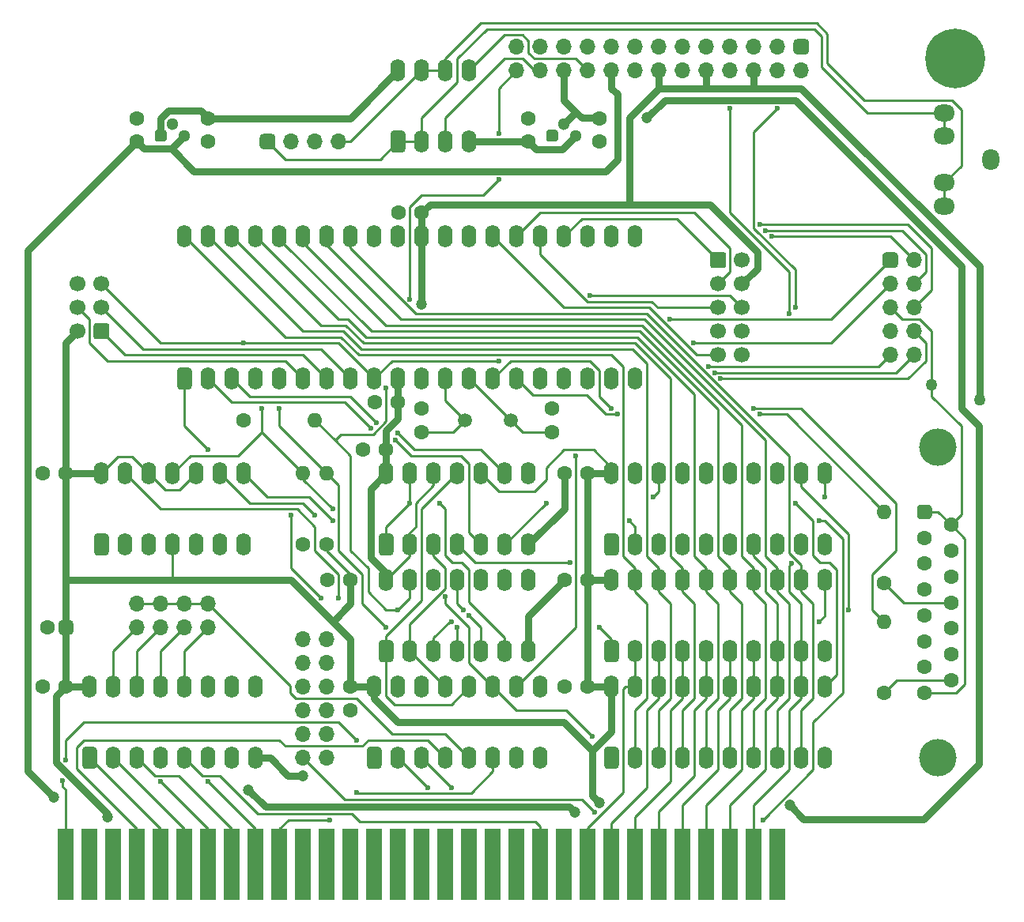
<source format=gbr>
%TF.GenerationSoftware,KiCad,Pcbnew,(5.1.10)-1*%
%TF.CreationDate,2022-04-16T02:30:58-07:00*%
%TF.ProjectId,hardmpu-wt,68617264-6d70-4752-9d77-742e6b696361,rev?*%
%TF.SameCoordinates,PX525bfc0PY8670810*%
%TF.FileFunction,Copper,L1,Top*%
%TF.FilePolarity,Positive*%
%FSLAX46Y46*%
G04 Gerber Fmt 4.6, Leading zero omitted, Abs format (unit mm)*
G04 Created by KiCad (PCBNEW (5.1.10)-1) date 2022-04-16 02:30:58*
%MOMM*%
%LPD*%
G01*
G04 APERTURE LIST*
%TA.AperFunction,ComponentPad*%
%ADD10C,1.600000*%
%TD*%
%TA.AperFunction,ComponentPad*%
%ADD11O,1.700000X1.700000*%
%TD*%
%TA.AperFunction,ComponentPad*%
%ADD12C,6.400000*%
%TD*%
%TA.AperFunction,ComponentPad*%
%ADD13C,1.300000*%
%TD*%
%TA.AperFunction,ComponentPad*%
%ADD14O,1.600000X2.400000*%
%TD*%
%TA.AperFunction,ComponentPad*%
%ADD15O,2.300000X1.800000*%
%TD*%
%TA.AperFunction,ComponentPad*%
%ADD16O,1.800000X2.300000*%
%TD*%
%TA.AperFunction,ConnectorPad*%
%ADD17R,1.780000X7.620000*%
%TD*%
%TA.AperFunction,ComponentPad*%
%ADD18O,1.600000X1.600000*%
%TD*%
%TA.AperFunction,ComponentPad*%
%ADD19C,4.000000*%
%TD*%
%TA.AperFunction,ComponentPad*%
%ADD20C,1.270000*%
%TD*%
%TA.AperFunction,ComponentPad*%
%ADD21C,1.500000*%
%TD*%
%TA.AperFunction,ComponentPad*%
%ADD22C,1.700000*%
%TD*%
%TA.AperFunction,ViaPad*%
%ADD23C,1.200000*%
%TD*%
%TA.AperFunction,ViaPad*%
%ADD24C,0.600000*%
%TD*%
%TA.AperFunction,Conductor*%
%ADD25C,0.762000*%
%TD*%
%TA.AperFunction,Conductor*%
%ADD26C,0.254000*%
%TD*%
G04 APERTURE END LIST*
D10*
%TO.P,C14,2*%
%TO.N,-12V*%
X59690000Y76160000D03*
%TO.P,C14,1*%
%TO.N,GND*%
X59690000Y73660000D03*
%TD*%
%TO.P,C13,2*%
%TO.N,GND*%
X10160000Y76160000D03*
%TO.P,C13,1*%
%TO.N,+12V*%
X10160000Y73660000D03*
%TD*%
D11*
%TO.P,J7,4*%
%TO.N,/Wavetable/RIGHT'*%
X31750000Y73660000D03*
%TO.P,J7,3*%
%TO.N,GND*%
X29210000Y73660000D03*
%TO.P,J7,2*%
X26670000Y73660000D03*
%TO.P,J7,1*%
%TO.N,/Wavetable/LEFT'*%
%TA.AperFunction,ComponentPad*%
G36*
G01*
X24555000Y72810000D02*
X23705000Y72810000D01*
G75*
G02*
X23280000Y73235000I0J425000D01*
G01*
X23280000Y74085000D01*
G75*
G02*
X23705000Y74510000I425000J0D01*
G01*
X24555000Y74510000D01*
G75*
G02*
X24980000Y74085000I0J-425000D01*
G01*
X24980000Y73235000D01*
G75*
G02*
X24555000Y72810000I-425000J0D01*
G01*
G37*
%TD.AperFunction*%
%TD*%
D12*
%TO.P,H3,1*%
%TO.N,Net-(H3-Pad1)*%
X97790000Y82550000D03*
%TD*%
D13*
%TO.P,U11,2*%
%TO.N,-12V*%
X55880000Y75565000D03*
%TO.P,U11,3*%
%TO.N,-5VA*%
X57150000Y74295000D03*
%TO.P,U11,1*%
%TO.N,GND*%
%TA.AperFunction,ComponentPad*%
G36*
G01*
X53960000Y73970000D02*
X53960000Y74620000D01*
G75*
G02*
X54285000Y74945000I325000J0D01*
G01*
X54935000Y74945000D01*
G75*
G02*
X55260000Y74620000I0J-325000D01*
G01*
X55260000Y73970000D01*
G75*
G02*
X54935000Y73645000I-325000J0D01*
G01*
X54285000Y73645000D01*
G75*
G02*
X53960000Y73970000I0J325000D01*
G01*
G37*
%TD.AperFunction*%
%TD*%
D14*
%TO.P,U12,8*%
%TO.N,+5VA*%
X38100000Y81280000D03*
%TO.P,U12,4*%
%TO.N,-5VA*%
X45720000Y73660000D03*
%TO.P,U12,7*%
%TO.N,/Wavetable/RIGHT'*%
X40640000Y81280000D03*
%TO.P,U12,3*%
%TO.N,/Wavetable/LEFT*%
X43180000Y73660000D03*
%TO.P,U12,6*%
%TO.N,/Wavetable/RIGHT'*%
X43180000Y81280000D03*
%TO.P,U12,2*%
%TO.N,/Wavetable/LEFT'*%
X40640000Y73660000D03*
%TO.P,U12,5*%
%TO.N,/Wavetable/RIGHT*%
X45720000Y81280000D03*
%TO.P,U12,1*%
%TO.N,/Wavetable/LEFT'*%
%TA.AperFunction,ComponentPad*%
G36*
G01*
X38500000Y72460000D02*
X37700000Y72460000D01*
G75*
G02*
X37300000Y72860000I0J400000D01*
G01*
X37300000Y74460000D01*
G75*
G02*
X37700000Y74860000I400000J0D01*
G01*
X38500000Y74860000D01*
G75*
G02*
X38900000Y74460000I0J-400000D01*
G01*
X38900000Y72860000D01*
G75*
G02*
X38500000Y72460000I-400000J0D01*
G01*
G37*
%TD.AperFunction*%
%TD*%
D13*
%TO.P,U10,2*%
%TO.N,GND*%
X13970000Y75565000D03*
%TO.P,U10,3*%
%TO.N,+12V*%
X15240000Y74295000D03*
%TO.P,U10,1*%
%TO.N,+5VA*%
%TA.AperFunction,ComponentPad*%
G36*
G01*
X12050000Y73970000D02*
X12050000Y74620000D01*
G75*
G02*
X12375000Y74945000I325000J0D01*
G01*
X13025000Y74945000D01*
G75*
G02*
X13350000Y74620000I0J-325000D01*
G01*
X13350000Y73970000D01*
G75*
G02*
X13025000Y73645000I-325000J0D01*
G01*
X12375000Y73645000D01*
G75*
G02*
X12050000Y73970000I0J325000D01*
G01*
G37*
%TD.AperFunction*%
%TD*%
D10*
%TO.P,C16,2*%
%TO.N,-5VA*%
X52070000Y73660000D03*
%TO.P,C16,1*%
%TO.N,GND*%
X52070000Y76160000D03*
%TD*%
%TO.P,C15,2*%
%TO.N,GND*%
X17780000Y73660000D03*
%TO.P,C15,1*%
%TO.N,+5VA*%
X17780000Y76160000D03*
%TD*%
D15*
%TO.P,J3,RN*%
%TO.N,/Wavetable/RIGHT'*%
X96600000Y69255000D03*
%TO.P,J3,TN*%
%TO.N,/Wavetable/LEFT'*%
X96600000Y74255000D03*
%TO.P,J3,R*%
%TO.N,/Wavetable/RIGHT'*%
X96600000Y66755000D03*
%TO.P,J3,T*%
%TO.N,/Wavetable/LEFT'*%
X96600000Y76755000D03*
D16*
%TO.P,J3,S*%
%TO.N,GND*%
X101600000Y71755000D03*
%TD*%
D11*
%TO.P,J6,26*%
%TO.N,~RESET*%
X50800000Y81280000D03*
%TO.P,J6,25*%
%TO.N,GND*%
X50800000Y83820000D03*
%TO.P,J6,24*%
%TO.N,/Wavetable/LEFT*%
X53340000Y81280000D03*
%TO.P,J6,23*%
%TO.N,GND*%
X53340000Y83820000D03*
%TO.P,J6,22*%
%TO.N,-12V*%
X55880000Y81280000D03*
%TO.P,J6,21*%
%TO.N,GND*%
X55880000Y83820000D03*
%TO.P,J6,20*%
%TO.N,/Wavetable/RIGHT*%
X58420000Y81280000D03*
%TO.P,J6,19*%
%TO.N,GND*%
X58420000Y83820000D03*
%TO.P,J6,18*%
%TO.N,+12V*%
X60960000Y81280000D03*
%TO.P,J6,17*%
%TO.N,GND*%
X60960000Y83820000D03*
%TO.P,J6,16*%
X63500000Y81280000D03*
%TO.P,J6,15*%
X63500000Y83820000D03*
%TO.P,J6,14*%
%TO.N,+5V*%
X66040000Y81280000D03*
%TO.P,J6,13*%
%TO.N,Net-(J6-Pad13)*%
X66040000Y83820000D03*
%TO.P,J6,12*%
%TO.N,GND*%
X68580000Y81280000D03*
%TO.P,J6,11*%
X68580000Y83820000D03*
%TO.P,J6,10*%
%TO.N,+5V*%
X71120000Y81280000D03*
%TO.P,J6,9*%
%TO.N,GND*%
X71120000Y83820000D03*
%TO.P,J6,8*%
%TO.N,MIDI_RX*%
X73660000Y81280000D03*
%TO.P,J6,7*%
%TO.N,GND*%
X73660000Y83820000D03*
%TO.P,J6,6*%
%TO.N,+5V*%
X76200000Y81280000D03*
%TO.P,J6,5*%
%TO.N,GND*%
X76200000Y83820000D03*
%TO.P,J6,4*%
%TO.N,MIDI_TX*%
X78740000Y81280000D03*
%TO.P,J6,3*%
%TO.N,GND*%
X78740000Y83820000D03*
%TO.P,J6,2*%
%TO.N,Net-(J6-Pad2)*%
X81280000Y81280000D03*
%TO.P,J6,1*%
%TO.N,GND*%
%TA.AperFunction,ComponentPad*%
G36*
G01*
X80855000Y84670000D02*
X81705000Y84670000D01*
G75*
G02*
X82130000Y84245000I0J-425000D01*
G01*
X82130000Y83395000D01*
G75*
G02*
X81705000Y82970000I-425000J0D01*
G01*
X80855000Y82970000D01*
G75*
G02*
X80430000Y83395000I0J425000D01*
G01*
X80430000Y84245000D01*
G75*
G02*
X80855000Y84670000I425000J0D01*
G01*
G37*
%TD.AperFunction*%
%TD*%
D14*
%TO.P,U3,14*%
%TO.N,+5V*%
X36830000Y26670000D03*
%TO.P,U3,7*%
%TO.N,GND*%
X52070000Y19050000D03*
%TO.P,U3,13*%
%TO.N,~RESET*%
X39370000Y26670000D03*
%TO.P,U3,6*%
%TO.N,/~IDRRS*%
X49530000Y19050000D03*
%TO.P,U3,12*%
%TO.N,/~DR*%
X41910000Y26670000D03*
%TO.P,U3,5*%
%TO.N,~RESET*%
X46990000Y19050000D03*
%TO.P,U3,11*%
%TO.N,/~DRRS*%
X44450000Y26670000D03*
%TO.P,U3,4*%
%TO.N,/~IDR*%
X44450000Y19050000D03*
%TO.P,U3,10*%
%TO.N,GND*%
X46990000Y26670000D03*
%TO.P,U3,3*%
%TO.N,/~DRCLK*%
X41910000Y19050000D03*
%TO.P,U3,9*%
%TO.N,GND*%
X49530000Y26670000D03*
%TO.P,U3,2*%
%TO.N,/~DW*%
X39370000Y19050000D03*
%TO.P,U3,8*%
%TO.N,Net-(U3-Pad8)*%
X52070000Y26670000D03*
%TO.P,U3,1*%
%TO.N,/~CW*%
%TA.AperFunction,ComponentPad*%
G36*
G01*
X37230000Y17850000D02*
X36430000Y17850000D01*
G75*
G02*
X36030000Y18250000I0J400000D01*
G01*
X36030000Y19850000D01*
G75*
G02*
X36430000Y20250000I400000J0D01*
G01*
X37230000Y20250000D01*
G75*
G02*
X37630000Y19850000I0J-400000D01*
G01*
X37630000Y18250000D01*
G75*
G02*
X37230000Y17850000I-400000J0D01*
G01*
G37*
%TD.AperFunction*%
%TD*%
%TO.P,U8,14*%
%TO.N,+5V*%
X36830000Y38100000D03*
%TO.P,U8,7*%
%TO.N,GND*%
X52070000Y30480000D03*
%TO.P,U8,13*%
%TO.N,/~IDRRS*%
X39370000Y38100000D03*
%TO.P,U8,6*%
%TO.N,/~DRR*%
X49530000Y30480000D03*
%TO.P,U8,12*%
%TO.N,+5V*%
X41910000Y38100000D03*
%TO.P,U8,5*%
%TO.N,/DRR*%
X46990000Y30480000D03*
%TO.P,U8,11*%
%TO.N,/~CW*%
X44450000Y38100000D03*
%TO.P,U8,4*%
%TO.N,+5V*%
X44450000Y30480000D03*
%TO.P,U8,10*%
X46990000Y38100000D03*
%TO.P,U8,3*%
%TO.N,/~DW*%
X41910000Y30480000D03*
%TO.P,U8,9*%
%TO.N,/CRR*%
X49530000Y38100000D03*
%TO.P,U8,2*%
%TO.N,+5V*%
X39370000Y30480000D03*
%TO.P,U8,8*%
%TO.N,Net-(U8-Pad8)*%
X52070000Y38100000D03*
%TO.P,U8,1*%
%TO.N,/~IDRRS*%
%TA.AperFunction,ComponentPad*%
G36*
G01*
X37230000Y29280000D02*
X36430000Y29280000D01*
G75*
G02*
X36030000Y29680000I0J400000D01*
G01*
X36030000Y31280000D01*
G75*
G02*
X36430000Y31680000I400000J0D01*
G01*
X37230000Y31680000D01*
G75*
G02*
X37630000Y31280000I0J-400000D01*
G01*
X37630000Y29680000D01*
G75*
G02*
X37230000Y29280000I-400000J0D01*
G01*
G37*
%TD.AperFunction*%
%TD*%
D17*
%TO.P,J8,32*%
%TO.N,Net-(J8-Pad32)*%
X78740000Y-3810000D03*
%TO.P,J8,33*%
%TO.N,/DB7*%
X76200000Y-3810000D03*
%TO.P,J8,34*%
%TO.N,/DB6*%
X73660000Y-3810000D03*
%TO.P,J8,35*%
%TO.N,/DB5*%
X71120000Y-3810000D03*
%TO.P,J8,36*%
%TO.N,/DB4*%
X68580000Y-3810000D03*
%TO.P,J8,37*%
%TO.N,/DB3*%
X66040000Y-3810000D03*
%TO.P,J8,38*%
%TO.N,/DB2*%
X63500000Y-3810000D03*
%TO.P,J8,39*%
%TO.N,/DB1*%
X60960000Y-3810000D03*
%TO.P,J8,40*%
%TO.N,/DB0*%
X58420000Y-3810000D03*
%TO.P,J8,41*%
%TO.N,Net-(J8-Pad41)*%
X55880000Y-3810000D03*
%TO.P,J8,42*%
%TO.N,/AEN*%
X53340000Y-3810000D03*
%TO.P,J8,43*%
%TO.N,Net-(J8-Pad43)*%
X50800000Y-3810000D03*
%TO.P,J8,44*%
%TO.N,Net-(J8-Pad44)*%
X48260000Y-3810000D03*
%TO.P,J8,45*%
%TO.N,Net-(J8-Pad45)*%
X45720000Y-3810000D03*
%TO.P,J8,46*%
%TO.N,Net-(J8-Pad46)*%
X43180000Y-3810000D03*
%TO.P,J8,47*%
%TO.N,Net-(J8-Pad47)*%
X40640000Y-3810000D03*
%TO.P,J8,48*%
%TO.N,Net-(J8-Pad48)*%
X38100000Y-3810000D03*
%TO.P,J8,49*%
%TO.N,Net-(J8-Pad49)*%
X35560000Y-3810000D03*
%TO.P,J8,50*%
%TO.N,Net-(J8-Pad50)*%
X33020000Y-3810000D03*
%TO.P,J8,51*%
%TO.N,Net-(J8-Pad51)*%
X30480000Y-3810000D03*
%TO.P,J8,52*%
%TO.N,Net-(J8-Pad52)*%
X27940000Y-3810000D03*
%TO.P,J8,53*%
%TO.N,/BA9*%
X25400000Y-3810000D03*
%TO.P,J8,54*%
%TO.N,/BA8*%
X22860000Y-3810000D03*
%TO.P,J8,55*%
%TO.N,/BA7*%
X20320000Y-3810000D03*
%TO.P,J8,56*%
%TO.N,/BA6*%
X17780000Y-3810000D03*
%TO.P,J8,57*%
%TO.N,/BA5*%
X15240000Y-3810000D03*
%TO.P,J8,58*%
%TO.N,/BA4*%
X12700000Y-3810000D03*
%TO.P,J8,59*%
%TO.N,/BA3*%
X10160000Y-3810000D03*
%TO.P,J8,60*%
%TO.N,Net-(J8-Pad60)*%
X7620000Y-3810000D03*
%TO.P,J8,61*%
%TO.N,Net-(J8-Pad61)*%
X5080000Y-3810000D03*
%TO.P,J8,62*%
%TO.N,/BA0*%
X2540000Y-3810000D03*
%TD*%
D14*
%TO.P,U1,16*%
%TO.N,+5V*%
X35560000Y15240000D03*
%TO.P,U1,8*%
%TO.N,GND*%
X53340000Y7620000D03*
%TO.P,U1,15*%
%TO.N,Net-(U1-Pad15)*%
X38100000Y15240000D03*
%TO.P,U1,7*%
%TO.N,Net-(U1-Pad7)*%
X50800000Y7620000D03*
%TO.P,U1,14*%
%TO.N,Net-(U1-Pad14)*%
X40640000Y15240000D03*
%TO.P,U1,6*%
%TO.N,/BA9*%
X48260000Y7620000D03*
%TO.P,U1,13*%
%TO.N,/~DW*%
X43180000Y15240000D03*
%TO.P,U1,5*%
%TO.N,/~IOCS*%
X45720000Y7620000D03*
%TO.P,U1,12*%
%TO.N,/~CW*%
X45720000Y15240000D03*
%TO.P,U1,4*%
%TO.N,/BA3*%
X43180000Y7620000D03*
%TO.P,U1,11*%
%TO.N,/~DR*%
X48260000Y15240000D03*
%TO.P,U1,3*%
%TO.N,/~IOW*%
X40640000Y7620000D03*
%TO.P,U1,10*%
%TO.N,/~CR*%
X50800000Y15240000D03*
%TO.P,U1,2*%
%TO.N,/~IOR*%
X38100000Y7620000D03*
%TO.P,U1,9*%
%TO.N,Net-(U1-Pad9)*%
X53340000Y15240000D03*
%TO.P,U1,1*%
%TO.N,/BA0*%
%TA.AperFunction,ComponentPad*%
G36*
G01*
X35960000Y6420000D02*
X35160000Y6420000D01*
G75*
G02*
X34760000Y6820000I0J400000D01*
G01*
X34760000Y8420000D01*
G75*
G02*
X35160000Y8820000I400000J0D01*
G01*
X35960000Y8820000D01*
G75*
G02*
X36360000Y8420000I0J-400000D01*
G01*
X36360000Y6820000D01*
G75*
G02*
X35960000Y6420000I-400000J0D01*
G01*
G37*
%TD.AperFunction*%
%TD*%
D10*
%TO.P,C17,2*%
%TO.N,GND*%
X540000Y21590000D03*
%TO.P,C17,1*%
%TO.N,+5V*%
%TA.AperFunction,ComponentPad*%
G36*
G01*
X3340000Y21990000D02*
X3340000Y21190000D01*
G75*
G02*
X2940000Y20790000I-400000J0D01*
G01*
X2140000Y20790000D01*
G75*
G02*
X1740000Y21190000I0J400000D01*
G01*
X1740000Y21990000D01*
G75*
G02*
X2140000Y22390000I400000J0D01*
G01*
X2940000Y22390000D01*
G75*
G02*
X3340000Y21990000I0J-400000D01*
G01*
G37*
%TD.AperFunction*%
%TD*%
D11*
%TO.P,JP2,12*%
%TO.N,/IRQ*%
X30480000Y7620000D03*
%TO.P,JP2,11*%
%TO.N,/IRQ9*%
X27940000Y7620000D03*
%TO.P,JP2,10*%
%TO.N,/IRQ*%
X30480000Y10160000D03*
%TO.P,JP2,9*%
%TO.N,/IRQ7*%
X27940000Y10160000D03*
%TO.P,JP2,8*%
%TO.N,/IRQ*%
X30480000Y12700000D03*
%TO.P,JP2,7*%
%TO.N,/IRQ6*%
X27940000Y12700000D03*
%TO.P,JP2,6*%
%TO.N,/IRQ*%
X30480000Y15240000D03*
%TO.P,JP2,5*%
%TO.N,/IRQ5*%
X27940000Y15240000D03*
%TO.P,JP2,4*%
%TO.N,/IRQ*%
X30480000Y17780000D03*
%TO.P,JP2,3*%
%TO.N,/IRQ4*%
X27940000Y17780000D03*
%TO.P,JP2,2*%
%TO.N,/IRQ*%
X30480000Y20320000D03*
%TO.P,JP2,1*%
%TO.N,/IRQ3*%
X27940000Y20320000D03*
%TD*%
D10*
%TO.P,C10,2*%
%TO.N,GND*%
X38140000Y66040000D03*
%TO.P,C10,1*%
%TO.N,+5V*%
X40640000Y66040000D03*
%TD*%
%TO.P,C8,2*%
%TO.N,GND*%
X34330000Y40640000D03*
%TO.P,C8,1*%
%TO.N,+5V*%
X36830000Y40640000D03*
%TD*%
%TO.P,C7,2*%
%TO.N,GND*%
X40000Y38100000D03*
%TO.P,C7,1*%
%TO.N,+5V*%
X2540000Y38100000D03*
%TD*%
%TO.P,C6,1*%
%TO.N,+5V*%
X58420000Y38100000D03*
%TO.P,C6,2*%
%TO.N,GND*%
X55920000Y38100000D03*
%TD*%
%TO.P,C5,1*%
%TO.N,GND*%
X55920000Y26670000D03*
%TO.P,C5,2*%
%TO.N,+5V*%
X58420000Y26670000D03*
%TD*%
%TO.P,C4,1*%
%TO.N,GND*%
X55920000Y15240000D03*
%TO.P,C4,2*%
%TO.N,+5V*%
X58420000Y15240000D03*
%TD*%
%TO.P,C3,2*%
%TO.N,GND*%
X30520000Y26670000D03*
%TO.P,C3,1*%
%TO.N,+5V*%
X33020000Y26670000D03*
%TD*%
%TO.P,C2,2*%
%TO.N,+5V*%
X2540000Y15240000D03*
%TO.P,C2,1*%
%TO.N,GND*%
X40000Y15240000D03*
%TD*%
%TO.P,C1,2*%
%TO.N,+5V*%
X33020000Y15240000D03*
%TO.P,C1,1*%
%TO.N,GND*%
X33020000Y12740000D03*
%TD*%
D18*
%TO.P,R5,2*%
%TO.N,MIDI_RX*%
X90170000Y22225000D03*
D10*
%TO.P,R5,1*%
%TO.N,/RX'*%
X90170000Y14605000D03*
%TD*%
D18*
%TO.P,R4,2*%
%TO.N,MIDI_TX*%
X90170000Y33972500D03*
D10*
%TO.P,R4,1*%
%TO.N,/TX'*%
X90170000Y26352500D03*
%TD*%
%TO.P,J1,1*%
%TO.N,+5VP*%
%TA.AperFunction,ComponentPad*%
G36*
G01*
X94865000Y33165000D02*
X94065000Y33165000D01*
G75*
G02*
X93665000Y33565000I0J400000D01*
G01*
X93665000Y34365000D01*
G75*
G02*
X94065000Y34765000I400000J0D01*
G01*
X94865000Y34765000D01*
G75*
G02*
X95265000Y34365000I0J-400000D01*
G01*
X95265000Y33565000D01*
G75*
G02*
X94865000Y33165000I-400000J0D01*
G01*
G37*
%TD.AperFunction*%
%TO.P,J1,2*%
%TO.N,Net-(J1-Pad2)*%
X94465000Y31195000D03*
%TO.P,J1,3*%
%TO.N,Net-(J1-Pad3)*%
X94465000Y28425000D03*
%TO.P,J1,4*%
%TO.N,GND*%
X94465000Y25655000D03*
%TO.P,J1,5*%
X94465000Y22885000D03*
%TO.P,J1,6*%
%TO.N,Net-(J1-Pad6)*%
X94465000Y20115000D03*
%TO.P,J1,7*%
%TO.N,Net-(J1-Pad7)*%
X94465000Y17345000D03*
%TO.P,J1,8*%
%TO.N,+5VP*%
X94465000Y14575000D03*
%TO.P,J1,9*%
X97305000Y32580000D03*
%TO.P,J1,10*%
%TO.N,Net-(J1-Pad10)*%
X97305000Y29810000D03*
%TO.P,J1,11*%
%TO.N,Net-(J1-Pad11)*%
X97305000Y27040000D03*
%TO.P,J1,12*%
%TO.N,/TX'*%
X97305000Y24270000D03*
%TO.P,J1,13*%
%TO.N,Net-(J1-Pad13)*%
X97305000Y21500000D03*
%TO.P,J1,14*%
%TO.N,Net-(J1-Pad14)*%
X97305000Y18730000D03*
%TO.P,J1,15*%
%TO.N,/RX'*%
X97305000Y15960000D03*
D19*
%TO.P,J1,0*%
%TO.N,GND*%
X95885000Y7620000D03*
X95885000Y40920000D03*
%TD*%
D20*
%TO.P,F1,1*%
%TO.N,+5VP*%
X95250000Y47625000D03*
%TO.P,F1,2*%
%TO.N,+5V*%
X100350000Y46025000D03*
%TD*%
D14*
%TO.P,U7,14*%
%TO.N,+5V*%
X6350000Y38100000D03*
%TO.P,U7,7*%
%TO.N,GND*%
X21590000Y30480000D03*
%TO.P,U7,13*%
%TO.N,/~DRRS*%
X8890000Y38100000D03*
%TO.P,U7,6*%
%TO.N,Net-(U7-Pad6)*%
X19050000Y30480000D03*
%TO.P,U7,12*%
%TO.N,+5V*%
X11430000Y38100000D03*
%TO.P,U7,5*%
%TO.N,Net-(U7-Pad5)*%
X16510000Y30480000D03*
%TO.P,U7,11*%
%TO.N,/~IDW*%
X13970000Y38100000D03*
%TO.P,U7,4*%
%TO.N,+5V*%
X13970000Y30480000D03*
%TO.P,U7,10*%
X16510000Y38100000D03*
%TO.P,U7,3*%
%TO.N,GND*%
X11430000Y30480000D03*
%TO.P,U7,9*%
%TO.N,/DSR*%
X19050000Y38100000D03*
%TO.P,U7,2*%
%TO.N,GND*%
X8890000Y30480000D03*
%TO.P,U7,8*%
%TO.N,/~DSR*%
X21590000Y38100000D03*
%TO.P,U7,1*%
%TO.N,GND*%
%TA.AperFunction,ComponentPad*%
G36*
G01*
X6750000Y29280000D02*
X5950000Y29280000D01*
G75*
G02*
X5550000Y29680000I0J400000D01*
G01*
X5550000Y31280000D01*
G75*
G02*
X5950000Y31680000I400000J0D01*
G01*
X6750000Y31680000D01*
G75*
G02*
X7150000Y31280000I0J-400000D01*
G01*
X7150000Y29680000D01*
G75*
G02*
X6750000Y29280000I-400000J0D01*
G01*
G37*
%TD.AperFunction*%
%TD*%
%TO.P,U6,1*%
%TO.N,GND*%
%TA.AperFunction,ComponentPad*%
G36*
G01*
X61360000Y29280000D02*
X60560000Y29280000D01*
G75*
G02*
X60160000Y29680000I0J400000D01*
G01*
X60160000Y31280000D01*
G75*
G02*
X60560000Y31680000I400000J0D01*
G01*
X61360000Y31680000D01*
G75*
G02*
X61760000Y31280000I0J-400000D01*
G01*
X61760000Y29680000D01*
G75*
G02*
X61360000Y29280000I-400000J0D01*
G01*
G37*
%TD.AperFunction*%
%TO.P,U6,11*%
%TO.N,/DSR*%
X83820000Y38100000D03*
%TO.P,U6,2*%
%TO.N,/~DSR*%
X63500000Y30480000D03*
%TO.P,U6,12*%
%TO.N,~RESET*%
X81280000Y38100000D03*
%TO.P,U6,3*%
%TO.N,Net-(U6-Pad3)*%
X66040000Y30480000D03*
%TO.P,U6,13*%
%TO.N,/~DRR*%
X78740000Y38100000D03*
%TO.P,U6,4*%
%TO.N,GND*%
X68580000Y30480000D03*
%TO.P,U6,14*%
%TO.N,Net-(U6-Pad14)*%
X76200000Y38100000D03*
%TO.P,U6,5*%
%TO.N,Net-(U6-Pad5)*%
X71120000Y30480000D03*
%TO.P,U6,15*%
%TO.N,GND*%
X73660000Y38100000D03*
%TO.P,U6,6*%
X73660000Y30480000D03*
%TO.P,U6,16*%
%TO.N,Net-(U6-Pad16)*%
X71120000Y38100000D03*
%TO.P,U6,7*%
%TO.N,/DB6*%
X76200000Y30480000D03*
%TO.P,U6,17*%
%TO.N,GND*%
X68580000Y38100000D03*
%TO.P,U6,8*%
%TO.N,/RESET*%
X78740000Y30480000D03*
%TO.P,U6,18*%
%TO.N,/IRQ*%
X66040000Y38100000D03*
%TO.P,U6,9*%
%TO.N,/DB7*%
X81280000Y30480000D03*
%TO.P,U6,19*%
%TO.N,/~CR*%
X63500000Y38100000D03*
%TO.P,U6,10*%
%TO.N,GND*%
X83820000Y30480000D03*
%TO.P,U6,20*%
%TO.N,+5V*%
X60960000Y38100000D03*
%TD*%
%TO.P,U5,1*%
%TO.N,/~IDR*%
%TA.AperFunction,ComponentPad*%
G36*
G01*
X61360000Y17850000D02*
X60560000Y17850000D01*
G75*
G02*
X60160000Y18250000I0J400000D01*
G01*
X60160000Y19850000D01*
G75*
G02*
X60560000Y20250000I400000J0D01*
G01*
X61360000Y20250000D01*
G75*
G02*
X61760000Y19850000I0J-400000D01*
G01*
X61760000Y18250000D01*
G75*
G02*
X61360000Y17850000I-400000J0D01*
G01*
G37*
%TD.AperFunction*%
%TO.P,U5,11*%
%TO.N,/~DRCLK*%
X83820000Y26670000D03*
%TO.P,U5,2*%
%TO.N,/DB0*%
X63500000Y19050000D03*
%TO.P,U5,12*%
%TO.N,/D7*%
X81280000Y26670000D03*
%TO.P,U5,3*%
%TO.N,/DB1*%
X66040000Y19050000D03*
%TO.P,U5,13*%
%TO.N,/D6*%
X78740000Y26670000D03*
%TO.P,U5,4*%
%TO.N,/DB2*%
X68580000Y19050000D03*
%TO.P,U5,14*%
%TO.N,/D5*%
X76200000Y26670000D03*
%TO.P,U5,5*%
%TO.N,/DB3*%
X71120000Y19050000D03*
%TO.P,U5,15*%
%TO.N,/D4*%
X73660000Y26670000D03*
%TO.P,U5,6*%
%TO.N,/DB4*%
X73660000Y19050000D03*
%TO.P,U5,16*%
%TO.N,/D3*%
X71120000Y26670000D03*
%TO.P,U5,7*%
%TO.N,/DB5*%
X76200000Y19050000D03*
%TO.P,U5,17*%
%TO.N,/D2*%
X68580000Y26670000D03*
%TO.P,U5,8*%
%TO.N,/DB6*%
X78740000Y19050000D03*
%TO.P,U5,18*%
%TO.N,/D1*%
X66040000Y26670000D03*
%TO.P,U5,9*%
%TO.N,/DB7*%
X81280000Y19050000D03*
%TO.P,U5,19*%
%TO.N,/D0*%
X63500000Y26670000D03*
%TO.P,U5,10*%
%TO.N,GND*%
X83820000Y19050000D03*
%TO.P,U5,20*%
%TO.N,+5V*%
X60960000Y26670000D03*
%TD*%
%TO.P,U4,1*%
%TO.N,/~DR*%
%TA.AperFunction,ComponentPad*%
G36*
G01*
X61360000Y6420000D02*
X60560000Y6420000D01*
G75*
G02*
X60160000Y6820000I0J400000D01*
G01*
X60160000Y8420000D01*
G75*
G02*
X60560000Y8820000I400000J0D01*
G01*
X61360000Y8820000D01*
G75*
G02*
X61760000Y8420000I0J-400000D01*
G01*
X61760000Y6820000D01*
G75*
G02*
X61360000Y6420000I-400000J0D01*
G01*
G37*
%TD.AperFunction*%
%TO.P,U4,11*%
%TO.N,/~IDW*%
X83820000Y15240000D03*
%TO.P,U4,2*%
%TO.N,/D0*%
X63500000Y7620000D03*
%TO.P,U4,12*%
%TO.N,/DB7*%
X81280000Y15240000D03*
%TO.P,U4,3*%
%TO.N,/D1*%
X66040000Y7620000D03*
%TO.P,U4,13*%
%TO.N,/DB6*%
X78740000Y15240000D03*
%TO.P,U4,4*%
%TO.N,/D2*%
X68580000Y7620000D03*
%TO.P,U4,14*%
%TO.N,/DB5*%
X76200000Y15240000D03*
%TO.P,U4,5*%
%TO.N,/D3*%
X71120000Y7620000D03*
%TO.P,U4,15*%
%TO.N,/DB4*%
X73660000Y15240000D03*
%TO.P,U4,6*%
%TO.N,/D4*%
X73660000Y7620000D03*
%TO.P,U4,16*%
%TO.N,/DB3*%
X71120000Y15240000D03*
%TO.P,U4,7*%
%TO.N,/D5*%
X76200000Y7620000D03*
%TO.P,U4,17*%
%TO.N,/DB2*%
X68580000Y15240000D03*
%TO.P,U4,8*%
%TO.N,/D6*%
X78740000Y7620000D03*
%TO.P,U4,18*%
%TO.N,/DB1*%
X66040000Y15240000D03*
%TO.P,U4,9*%
%TO.N,/D7*%
X81280000Y7620000D03*
%TO.P,U4,19*%
%TO.N,/DB0*%
X63500000Y15240000D03*
%TO.P,U4,10*%
%TO.N,GND*%
X83820000Y7620000D03*
%TO.P,U4,20*%
%TO.N,+5V*%
X60960000Y15240000D03*
%TD*%
%TO.P,U2,16*%
%TO.N,+5V*%
X5080000Y15240000D03*
%TO.P,U2,8*%
%TO.N,GND*%
X22860000Y7620000D03*
%TO.P,U2,15*%
%TO.N,/300h*%
X7620000Y15240000D03*
%TO.P,U2,7*%
%TO.N,Net-(U2-Pad7)*%
X20320000Y7620000D03*
%TO.P,U2,14*%
%TO.N,/310h*%
X10160000Y15240000D03*
%TO.P,U2,6*%
%TO.N,/BA8*%
X17780000Y7620000D03*
%TO.P,U2,13*%
%TO.N,/320h*%
X12700000Y15240000D03*
%TO.P,U2,5*%
%TO.N,/AEN*%
X15240000Y7620000D03*
%TO.P,U2,12*%
%TO.N,/330h*%
X15240000Y15240000D03*
%TO.P,U2,4*%
%TO.N,/BA6*%
X12700000Y7620000D03*
%TO.P,U2,11*%
%TO.N,Net-(U2-Pad11)*%
X17780000Y15240000D03*
%TO.P,U2,3*%
%TO.N,/BA7*%
X10160000Y7620000D03*
%TO.P,U2,10*%
%TO.N,Net-(U2-Pad10)*%
X20320000Y15240000D03*
%TO.P,U2,2*%
%TO.N,/BA5*%
X7620000Y7620000D03*
%TO.P,U2,9*%
%TO.N,Net-(U2-Pad9)*%
X22860000Y15240000D03*
%TO.P,U2,1*%
%TO.N,/BA4*%
%TA.AperFunction,ComponentPad*%
G36*
G01*
X5480000Y6420000D02*
X4680000Y6420000D01*
G75*
G02*
X4280000Y6820000I0J400000D01*
G01*
X4280000Y8420000D01*
G75*
G02*
X4680000Y8820000I400000J0D01*
G01*
X5480000Y8820000D01*
G75*
G02*
X5880000Y8420000I0J-400000D01*
G01*
X5880000Y6820000D01*
G75*
G02*
X5480000Y6420000I-400000J0D01*
G01*
G37*
%TD.AperFunction*%
%TD*%
D11*
%TO.P,JP1,8*%
%TO.N,/~IOCS*%
X17780000Y24130000D03*
%TO.P,JP1,7*%
%TO.N,/330h*%
X17780000Y21590000D03*
%TO.P,JP1,6*%
%TO.N,/~IOCS*%
X15240000Y24130000D03*
%TO.P,JP1,5*%
%TO.N,/320h*%
X15240000Y21590000D03*
%TO.P,JP1,4*%
%TO.N,/~IOCS*%
X12700000Y24130000D03*
%TO.P,JP1,3*%
%TO.N,/310h*%
X12700000Y21590000D03*
%TO.P,JP1,2*%
%TO.N,/~IOCS*%
X10160000Y24130000D03*
%TO.P,JP1,1*%
%TO.N,/300h*%
X10160000Y21590000D03*
%TD*%
D21*
%TO.P,Y1,2*%
%TO.N,/X2*%
X45285000Y43815000D03*
%TO.P,Y1,1*%
%TO.N,/X1*%
X50165000Y43815000D03*
%TD*%
D14*
%TO.P,U9,40*%
%TO.N,/D0*%
X15240000Y63500000D03*
%TO.P,U9,20*%
%TO.N,/USER4*%
X63500000Y48260000D03*
%TO.P,U9,39*%
%TO.N,/D1*%
X17780000Y63500000D03*
%TO.P,U9,19*%
%TO.N,/USER3*%
X60960000Y48260000D03*
%TO.P,U9,38*%
%TO.N,/D2*%
X20320000Y63500000D03*
%TO.P,U9,18*%
%TO.N,/USER2*%
X58420000Y48260000D03*
%TO.P,U9,37*%
%TO.N,/D3*%
X22860000Y63500000D03*
%TO.P,U9,17*%
%TO.N,/USER1*%
X55880000Y48260000D03*
%TO.P,U9,36*%
%TO.N,/D4*%
X25400000Y63500000D03*
%TO.P,U9,16*%
%TO.N,/USER0*%
X53340000Y48260000D03*
%TO.P,U9,35*%
%TO.N,/D5*%
X27940000Y63500000D03*
%TO.P,U9,15*%
%TO.N,MIDI_TX*%
X50800000Y48260000D03*
%TO.P,U9,34*%
%TO.N,/D6*%
X30480000Y63500000D03*
%TO.P,U9,14*%
%TO.N,MIDI_RX*%
X48260000Y48260000D03*
%TO.P,U9,33*%
%TO.N,/D7*%
X33020000Y63500000D03*
%TO.P,U9,13*%
%TO.N,/X1*%
X45720000Y48260000D03*
%TO.P,U9,32*%
%TO.N,Net-(U9-Pad32)*%
X35560000Y63500000D03*
%TO.P,U9,12*%
%TO.N,/X2*%
X43180000Y48260000D03*
%TO.P,U9,31*%
%TO.N,GND*%
X38100000Y63500000D03*
%TO.P,U9,11*%
X40640000Y48260000D03*
%TO.P,U9,30*%
%TO.N,+5V*%
X40640000Y63500000D03*
%TO.P,U9,10*%
X38100000Y48260000D03*
%TO.P,U9,29*%
%TO.N,Net-(U9-Pad29)*%
X43180000Y63500000D03*
%TO.P,U9,9*%
%TO.N,/~AVRRST*%
X35560000Y48260000D03*
%TO.P,U9,28*%
%TO.N,Net-(U9-Pad28)*%
X45720000Y63500000D03*
%TO.P,U9,8*%
%TO.N,/SCK*%
X33020000Y48260000D03*
%TO.P,U9,27*%
%TO.N,/TDI*%
X48260000Y63500000D03*
%TO.P,U9,7*%
%TO.N,/MISO*%
X30480000Y48260000D03*
%TO.P,U9,26*%
%TO.N,/TDO*%
X50800000Y63500000D03*
%TO.P,U9,6*%
%TO.N,/MOSI*%
X27940000Y48260000D03*
%TO.P,U9,25*%
%TO.N,/TMS*%
X53340000Y63500000D03*
%TO.P,U9,5*%
%TO.N,/~IDR*%
X25400000Y48260000D03*
%TO.P,U9,24*%
%TO.N,/TCK*%
X55880000Y63500000D03*
%TO.P,U9,4*%
%TO.N,/~IDW*%
X22860000Y48260000D03*
%TO.P,U9,23*%
%TO.N,/SDA*%
X58420000Y63500000D03*
%TO.P,U9,3*%
%TO.N,/CRR*%
X20320000Y48260000D03*
%TO.P,U9,22*%
%TO.N,/SCL*%
X60960000Y63500000D03*
%TO.P,U9,2*%
%TO.N,/DRR*%
X17780000Y48260000D03*
%TO.P,U9,21*%
%TO.N,/USER5*%
X63500000Y63500000D03*
%TO.P,U9,1*%
%TO.N,/DSR*%
%TA.AperFunction,ComponentPad*%
G36*
G01*
X15640000Y47060000D02*
X14840000Y47060000D01*
G75*
G02*
X14440000Y47460000I0J400000D01*
G01*
X14440000Y49060000D01*
G75*
G02*
X14840000Y49460000I400000J0D01*
G01*
X15640000Y49460000D01*
G75*
G02*
X16040000Y49060000I0J-400000D01*
G01*
X16040000Y47460000D01*
G75*
G02*
X15640000Y47060000I-400000J0D01*
G01*
G37*
%TD.AperFunction*%
%TD*%
D18*
%TO.P,R3,2*%
%TO.N,/~IDR*%
X30480000Y38100000D03*
D10*
%TO.P,R3,1*%
%TO.N,+5V*%
X30480000Y30480000D03*
%TD*%
D18*
%TO.P,R2,2*%
%TO.N,/~IDW*%
X27940000Y38100000D03*
D10*
%TO.P,R2,1*%
%TO.N,+5V*%
X27940000Y30480000D03*
%TD*%
D18*
%TO.P,R1,2*%
%TO.N,~RESET*%
X29210000Y43815000D03*
D10*
%TO.P,R1,1*%
%TO.N,/~AVRRST*%
X21590000Y43815000D03*
%TD*%
D11*
%TO.P,J2,10*%
%TO.N,/USER3*%
X93345000Y50800000D03*
%TO.P,J2,9*%
%TO.N,/USER2*%
X90805000Y50800000D03*
%TO.P,J2,8*%
%TO.N,/USER4*%
X93345000Y53340000D03*
%TO.P,J2,7*%
%TO.N,GND*%
X90805000Y53340000D03*
%TO.P,J2,6*%
%TO.N,/USER5*%
X93345000Y55880000D03*
%TO.P,J2,5*%
%TO.N,+5VP*%
X90805000Y55880000D03*
%TO.P,J2,4*%
%TO.N,/SCL*%
X93345000Y58420000D03*
%TO.P,J2,3*%
%TO.N,/USER1*%
X90805000Y58420000D03*
%TO.P,J2,2*%
%TO.N,/SDA*%
X93345000Y60960000D03*
%TO.P,J2,1*%
%TO.N,/USER0*%
%TA.AperFunction,ComponentPad*%
G36*
G01*
X89955000Y60535000D02*
X89955000Y61385000D01*
G75*
G02*
X90380000Y61810000I425000J0D01*
G01*
X91230000Y61810000D01*
G75*
G02*
X91655000Y61385000I0J-425000D01*
G01*
X91655000Y60535000D01*
G75*
G02*
X91230000Y60110000I-425000J0D01*
G01*
X90380000Y60110000D01*
G75*
G02*
X89955000Y60535000I0J425000D01*
G01*
G37*
%TD.AperFunction*%
%TD*%
D22*
%TO.P,J5,10*%
%TO.N,GND*%
X74930000Y50800000D03*
%TO.P,J5,8*%
%TO.N,Net-(J5-Pad8)*%
X74930000Y53340000D03*
%TO.P,J5,6*%
%TO.N,/~AVRRST*%
X74930000Y55880000D03*
%TO.P,J5,4*%
%TO.N,+5V*%
X74930000Y58420000D03*
%TO.P,J5,2*%
%TO.N,GND*%
X74930000Y60960000D03*
%TO.P,J5,9*%
%TO.N,/TDI*%
X72390000Y50800000D03*
%TO.P,J5,7*%
%TO.N,Net-(J5-Pad7)*%
X72390000Y53340000D03*
%TO.P,J5,5*%
%TO.N,/TMS*%
X72390000Y55880000D03*
%TO.P,J5,3*%
%TO.N,/TDO*%
X72390000Y58420000D03*
%TO.P,J5,1*%
%TO.N,/TCK*%
%TA.AperFunction,ComponentPad*%
G36*
G01*
X71540000Y60360000D02*
X71540000Y61560000D01*
G75*
G02*
X71790000Y61810000I250000J0D01*
G01*
X72990000Y61810000D01*
G75*
G02*
X73240000Y61560000I0J-250000D01*
G01*
X73240000Y60360000D01*
G75*
G02*
X72990000Y60110000I-250000J0D01*
G01*
X71790000Y60110000D01*
G75*
G02*
X71540000Y60360000I0J250000D01*
G01*
G37*
%TD.AperFunction*%
%TD*%
%TO.P,J4,6*%
%TO.N,GND*%
X3810000Y58420000D03*
%TO.P,J4,4*%
%TO.N,/MOSI*%
X3810000Y55880000D03*
%TO.P,J4,2*%
%TO.N,+5V*%
X3810000Y53340000D03*
%TO.P,J4,5*%
%TO.N,/~AVRRST*%
X6350000Y58420000D03*
%TO.P,J4,3*%
%TO.N,/SCK*%
X6350000Y55880000D03*
%TO.P,J4,1*%
%TO.N,/MISO*%
%TA.AperFunction,ComponentPad*%
G36*
G01*
X7200000Y53940000D02*
X7200000Y52740000D01*
G75*
G02*
X6950000Y52490000I-250000J0D01*
G01*
X5750000Y52490000D01*
G75*
G02*
X5500000Y52740000I0J250000D01*
G01*
X5500000Y53940000D01*
G75*
G02*
X5750000Y54190000I250000J0D01*
G01*
X6950000Y54190000D01*
G75*
G02*
X7200000Y53940000I0J-250000D01*
G01*
G37*
%TD.AperFunction*%
%TD*%
D10*
%TO.P,C9,2*%
%TO.N,GND*%
X35600000Y45720000D03*
%TO.P,C9,1*%
%TO.N,+5V*%
X38100000Y45720000D03*
%TD*%
%TO.P,C12,2*%
%TO.N,GND*%
X40640000Y45045000D03*
%TO.P,C12,1*%
%TO.N,/X2*%
X40640000Y42545000D03*
%TD*%
%TO.P,C11,2*%
%TO.N,GND*%
X54610000Y45045000D03*
%TO.P,C11,1*%
%TO.N,/X1*%
X54610000Y42545000D03*
%TD*%
D23*
%TO.N,GND*%
X27940000Y5715000D03*
D24*
%TO.N,+5V*%
X56515000Y28575000D03*
D23*
X59690000Y2794000D03*
X6985000Y1270000D03*
X40640000Y56261000D03*
D24*
%TO.N,/RESET*%
X83185000Y33020000D03*
X77152500Y952500D03*
%TO.N,/~IOR*%
X41275000Y4445000D03*
%TO.N,/~IOW*%
X43815000Y4445000D03*
%TO.N,/DB7*%
X80264000Y28448000D03*
%TO.N,/BA9*%
X30797499Y952499D03*
X33655000Y3929010D03*
%TO.N,/BA8*%
X17780000Y5080000D03*
%TO.N,/BA6*%
X12700004Y5080000D03*
%TO.N,/BA0*%
X33655000Y9525000D03*
X2540000Y7366000D03*
X2159000Y5207000D03*
%TO.N,/~AVRRST*%
X21590000Y52070000D03*
X48895000Y50165000D03*
X58674000Y57150000D03*
%TO.N,/USER3*%
X72009000Y48895000D03*
%TO.N,/USER2*%
X71374000Y49530000D03*
%TO.N,/USER4*%
X72644000Y48260000D03*
%TO.N,/USER5*%
X76835000Y64770000D03*
%TO.N,/SCL*%
X77470000Y64135000D03*
%TO.N,/USER1*%
X69722998Y52070000D03*
%TO.N,/USER0*%
X67183000Y54610000D03*
%TO.N,/~IDW*%
X23495000Y45085000D03*
X31115000Y34290000D03*
X80645000Y34925000D03*
%TO.N,/~IDR*%
X25400000Y45085000D03*
X44450000Y21590000D03*
X36830000Y21589992D03*
X59690000Y21590000D03*
%TO.N,/SDA*%
X78105000Y63500000D03*
%TO.N,/CRR*%
X38100000Y42418000D03*
X35814000Y43561000D03*
%TO.N,/DRR*%
X37846000Y41656000D03*
X35179000Y42926000D03*
%TO.N,/DSR*%
X17780000Y40640000D03*
X83820000Y35560000D03*
X29210000Y33655000D03*
%TO.N,/~DR*%
X58928000Y9906000D03*
X43180000Y24892000D03*
%TO.N,/~CR*%
X57150000Y40005000D03*
%TO.N,/IRQ*%
X65405000Y35560000D03*
X26670000Y33655000D03*
X29845006Y24765006D03*
%TO.N,/~IDRRS*%
X39370000Y34925006D03*
X42545000Y34925000D03*
%TO.N,/~DRCLK*%
X83185000Y22225000D03*
X43815000Y22225000D03*
%TO.N,/~DRRS*%
X45085000Y23495000D03*
X31750010Y24765000D03*
%TO.N,/~DRR*%
X53975000Y34925000D03*
%TO.N,/~DSR*%
X62865000Y33020000D03*
X31115000Y33020000D03*
%TO.N,/IRQ9*%
X59182000Y1778000D03*
D23*
%TO.N,-12V*%
X80030488Y2519512D03*
X64770000Y76200000D03*
%TO.N,+12V*%
X22098000Y4191000D03*
X1270000Y3429004D03*
X57023000Y1777996D03*
D24*
%TO.N,~RESET*%
X86360000Y23495000D03*
X45720000Y22860000D03*
X38100000Y23495000D03*
X39370000Y56769000D03*
X36830000Y47244000D03*
X48895000Y69596000D03*
X48895000Y74549000D03*
%TO.N,MIDI_RX*%
X80010000Y55245000D03*
X60960000Y45085000D03*
X73660000Y77216000D03*
X76200000Y45085000D03*
%TO.N,MIDI_TX*%
X61595000Y44450000D03*
X80645000Y55880000D03*
X78740000Y77216000D03*
X76835000Y44450000D03*
%TD*%
D25*
%TO.N,GND*%
X52070000Y22820000D02*
X55920000Y26670000D01*
X52070000Y19050000D02*
X52070000Y22820000D01*
X55920000Y34330000D02*
X55920000Y38100000D01*
X52070000Y30480000D02*
X55920000Y34330000D01*
X26327000Y5715000D02*
X27940000Y5715000D01*
X24422000Y7620000D02*
X26327000Y5715000D01*
X22860000Y7620000D02*
X24422000Y7620000D01*
%TO.N,+5V*%
X58420000Y38100000D02*
X60960000Y38100000D01*
X58420000Y26670000D02*
X60960000Y26670000D01*
X40640000Y66040000D02*
X40640000Y63500000D01*
X38100000Y48260000D02*
X38100000Y45720000D01*
X33020000Y15240000D02*
X35560000Y15240000D01*
X2540000Y38100000D02*
X4445000Y38100000D01*
X4445000Y38100000D02*
X6350000Y38100000D01*
X2540000Y15240000D02*
X5080000Y15240000D01*
X36830000Y38100000D02*
X36830000Y40640000D01*
D26*
X8128000Y39878000D02*
X6350000Y38100000D01*
X9652000Y39878000D02*
X8128000Y39878000D01*
X11430000Y38100000D02*
X9652000Y39878000D01*
D25*
X33020000Y15240000D02*
X33020000Y20320000D01*
X58928000Y8382000D02*
X60960000Y10414000D01*
X60960000Y10414000D02*
X60960000Y15240000D01*
X35560000Y13970000D02*
X35560000Y15240000D01*
X38100000Y11430000D02*
X35560000Y13970000D01*
X55880000Y11430000D02*
X38100000Y11430000D01*
X58928000Y8382000D02*
X55880000Y11430000D01*
X58420000Y15240000D02*
X60960000Y15240000D01*
D26*
X13970000Y30480000D02*
X13970000Y26670000D01*
D25*
X26670000Y26670000D02*
X13970000Y26670000D01*
D26*
X14732000Y36322000D02*
X16510000Y38100000D01*
X13208000Y36322000D02*
X14732000Y36322000D01*
X11430000Y38100000D02*
X13208000Y36322000D01*
X39370000Y29210000D02*
X36830000Y26670000D01*
X39370000Y30480000D02*
X39370000Y29210000D01*
X33020000Y27308533D02*
X33020000Y26670000D01*
X30480000Y29848533D02*
X33020000Y27308533D01*
X30480000Y30480000D02*
X30480000Y29848533D01*
D25*
X33020000Y24130000D02*
X31115000Y22225000D01*
X33020000Y26670000D02*
X33020000Y24130000D01*
X31115000Y22225000D02*
X26670000Y26670000D01*
X33020000Y20320000D02*
X31115000Y22225000D01*
X35179000Y36449000D02*
X36830000Y38100000D01*
X35179000Y29083000D02*
X35179000Y36449000D01*
X36830000Y27432000D02*
X35179000Y29083000D01*
X36830000Y26670000D02*
X36830000Y27432000D01*
X58420000Y15240000D02*
X58420000Y26670000D01*
X58420000Y26670000D02*
X58420000Y38100000D01*
D26*
X41910000Y36830000D02*
X41910000Y38100000D01*
X40005000Y34925000D02*
X41910000Y36830000D01*
X40005000Y32385000D02*
X40005000Y34925000D01*
X39370000Y31750000D02*
X40005000Y32385000D01*
X39370000Y30480000D02*
X39370000Y31750000D01*
X44450000Y30480000D02*
X46355000Y28575000D01*
X46355000Y28575000D02*
X56515000Y28575000D01*
X59055000Y40640000D02*
X60960000Y38735000D01*
X55880000Y40640000D02*
X59055000Y40640000D01*
X53975000Y38735000D02*
X55880000Y40640000D01*
X60960000Y38735000D02*
X60960000Y38100000D01*
X52705000Y36195000D02*
X53975000Y37465000D01*
X48895000Y36195000D02*
X52705000Y36195000D01*
X53975000Y37465000D02*
X53975000Y38735000D01*
X46990000Y38100000D02*
X48895000Y36195000D01*
D25*
X2540000Y15240000D02*
X2540000Y21590000D01*
X13970000Y26670000D02*
X2540000Y26670000D01*
X2540000Y26670000D02*
X2540000Y38100000D01*
X2540000Y21590000D02*
X2540000Y26670000D01*
X58928000Y8382000D02*
X58928000Y3556000D01*
X58928000Y3556000D02*
X59690000Y2794000D01*
X6985000Y1651000D02*
X6985000Y1270000D01*
X1524000Y7112000D02*
X4826021Y3809979D01*
X4826021Y3809979D02*
X6985000Y1651000D01*
X1524000Y14224000D02*
X1524000Y7112000D01*
X2540000Y15240000D02*
X1524000Y14224000D01*
X66040000Y79375000D02*
X66040000Y81280000D01*
X71120000Y81280000D02*
X71120000Y79375000D01*
X66040000Y79375000D02*
X71120000Y79375000D01*
X2540000Y52070000D02*
X3810000Y53340000D01*
X2540000Y38100000D02*
X2540000Y52070000D01*
X100350000Y60305000D02*
X100350000Y46025000D01*
X81280000Y79375000D02*
X100350000Y60305000D01*
X76200000Y81280000D02*
X76200000Y79375000D01*
X76200000Y79375000D02*
X81280000Y79375000D01*
X71120000Y79375000D02*
X76200000Y79375000D01*
X40640000Y63500000D02*
X40640000Y56261000D01*
X36830000Y42672000D02*
X36830000Y40640000D01*
X38100000Y43942000D02*
X36830000Y42672000D01*
X38100000Y45720000D02*
X38100000Y43942000D01*
X62865000Y76200000D02*
X66040000Y79375000D01*
X76581000Y60071000D02*
X74930000Y58420000D01*
X76581000Y61849000D02*
X76581000Y60071000D01*
X71501000Y66929000D02*
X76581000Y61849000D01*
X40640000Y66040000D02*
X41529000Y66929000D01*
X62865000Y76200000D02*
X62865000Y66929000D01*
X62865000Y66929000D02*
X71501000Y66929000D01*
X41529000Y66929000D02*
X62865000Y66929000D01*
D26*
%TO.N,/RESET*%
X83185000Y33020000D02*
X83820000Y33020000D01*
X85725000Y31115000D02*
X85725000Y14605000D01*
X82550000Y11430000D02*
X82550000Y6350000D01*
X83820000Y33020000D02*
X85725000Y31115000D01*
X85725000Y14605000D02*
X82550000Y11430000D01*
X82550000Y6350000D02*
X77152500Y952500D01*
%TO.N,/~IOR*%
X38100000Y7620000D02*
X41275000Y4445000D01*
%TO.N,/~IOW*%
X40640000Y7620000D02*
X43815000Y4445000D01*
%TO.N,/AEN*%
X23114000Y1651000D02*
X19050000Y5715000D01*
X34036000Y762000D02*
X33147000Y1651000D01*
X33147000Y1651000D02*
X23114000Y1651000D01*
X52832000Y762000D02*
X34036000Y762000D01*
X19050000Y5715000D02*
X17145000Y5715000D01*
X53340000Y-3810000D02*
X53340000Y254000D01*
X53340000Y254000D02*
X52832000Y762000D01*
X17145000Y5715000D02*
X15240000Y7620000D01*
%TO.N,/D0*%
X63500000Y25400000D02*
X63500000Y26670000D01*
X64770000Y24130000D02*
X63500000Y25400000D01*
X64770000Y13970000D02*
X64770000Y24130000D01*
X63500000Y12700000D02*
X64770000Y13970000D01*
X63500000Y7620000D02*
X63500000Y12700000D01*
X26035000Y52705000D02*
X15240000Y63500000D01*
X33909000Y50800000D02*
X32004000Y52705000D01*
X32004000Y52705000D02*
X26035000Y52705000D01*
X62230000Y49530000D02*
X60960000Y50800000D01*
X60960000Y50800000D02*
X33909000Y50800000D01*
X62230000Y29210000D02*
X62230000Y49530000D01*
X63500000Y27940000D02*
X62230000Y29210000D01*
X63500000Y26670000D02*
X63500000Y27940000D01*
%TO.N,/D1*%
X66040000Y25400000D02*
X66040000Y26670000D01*
X67310000Y24130000D02*
X66040000Y25400000D01*
X67310000Y13970000D02*
X67310000Y24130000D01*
X66040000Y12700000D02*
X67310000Y13970000D01*
X66040000Y7620000D02*
X66040000Y12700000D01*
X27940000Y53340000D02*
X17780000Y63500000D01*
X32258000Y53340000D02*
X27940000Y53340000D01*
X34163000Y51435000D02*
X32258000Y53340000D01*
X63246000Y51435000D02*
X34163000Y51435000D01*
X64770000Y49911000D02*
X63246000Y51435000D01*
X64770000Y29210000D02*
X64770000Y49911000D01*
X66040000Y27940000D02*
X64770000Y29210000D01*
X66040000Y26670000D02*
X66040000Y27940000D01*
%TO.N,/D2*%
X68580000Y25400000D02*
X68580000Y26670000D01*
X69850000Y24130000D02*
X68580000Y25400000D01*
X68580000Y12700000D02*
X69850000Y13970000D01*
X69850000Y13970000D02*
X69850000Y24130000D01*
X68580000Y7620000D02*
X68580000Y12700000D01*
X32512000Y53975000D02*
X29845000Y53975000D01*
X34417000Y52070000D02*
X32512000Y53975000D01*
X29845000Y53975000D02*
X20320000Y63500000D01*
X63500000Y52070000D02*
X34417000Y52070000D01*
X67310000Y48260000D02*
X63500000Y52070000D01*
X67310000Y29210000D02*
X67310000Y48260000D01*
X68580000Y27940000D02*
X67310000Y29210000D01*
X68580000Y26670000D02*
X68580000Y27940000D01*
%TO.N,/D3*%
X71120000Y25400000D02*
X71120000Y26670000D01*
X72390000Y13970000D02*
X72390000Y24130000D01*
X71120000Y12700000D02*
X72390000Y13970000D01*
X72390000Y24130000D02*
X71120000Y25400000D01*
X71120000Y7620000D02*
X71120000Y12700000D01*
X31750000Y54610000D02*
X22860000Y63500000D01*
X32766000Y54610000D02*
X31750000Y54610000D01*
X63754000Y52705000D02*
X34671000Y52705000D01*
X69850000Y46609000D02*
X63754000Y52705000D01*
X69850000Y29210000D02*
X69850000Y46609000D01*
X71120000Y27940000D02*
X69850000Y29210000D01*
X34671000Y52705000D02*
X32766000Y54610000D01*
X71120000Y26670000D02*
X71120000Y27940000D01*
%TO.N,/D4*%
X73660000Y25400000D02*
X73660000Y26670000D01*
X74930000Y24130000D02*
X73660000Y25400000D01*
X74930000Y13970000D02*
X74930000Y24130000D01*
X73660000Y12700000D02*
X74930000Y13970000D01*
X73660000Y7620000D02*
X73660000Y12700000D01*
X35242500Y53340000D02*
X25400000Y63182500D01*
X64008000Y53340000D02*
X35242500Y53340000D01*
X72390000Y44958000D02*
X64008000Y53340000D01*
X25400000Y63182500D02*
X25400000Y63500000D01*
X72390000Y29210000D02*
X72390000Y44958000D01*
X73660000Y27940000D02*
X72390000Y29210000D01*
X73660000Y26670000D02*
X73660000Y27940000D01*
%TO.N,/D5*%
X76200000Y25400000D02*
X76200000Y26670000D01*
X77470000Y24130000D02*
X76200000Y25400000D01*
X77470000Y13970000D02*
X77470000Y24130000D01*
X76200000Y12700000D02*
X77470000Y13970000D01*
X76200000Y7620000D02*
X76200000Y12700000D01*
X76200000Y26670000D02*
X76200000Y27940000D01*
X76200000Y27940000D02*
X74930000Y29210000D01*
X74930000Y29210000D02*
X74930000Y43307000D01*
X74930000Y43307000D02*
X64262000Y53975000D01*
X64262000Y53975000D02*
X36830000Y53975000D01*
X36830000Y53975000D02*
X27940000Y62865000D01*
X27940000Y62865000D02*
X27940000Y63500000D01*
%TO.N,/D6*%
X78740000Y25400000D02*
X78740000Y26670000D01*
X80010000Y24130000D02*
X78740000Y25400000D01*
X80010000Y13970000D02*
X80010000Y24130000D01*
X78740000Y12700000D02*
X80010000Y13970000D01*
X78740000Y7620000D02*
X78740000Y12700000D01*
X30480000Y62547500D02*
X30480000Y63500000D01*
X38417500Y54610000D02*
X30480000Y62547500D01*
X64516000Y54610000D02*
X38417500Y54610000D01*
X77470000Y41656000D02*
X64516000Y54610000D01*
X77470000Y29210000D02*
X77470000Y41656000D01*
X78740000Y27940000D02*
X77470000Y29210000D01*
X78740000Y26670000D02*
X78740000Y27940000D01*
%TO.N,/D7*%
X81280000Y25400000D02*
X81280000Y26670000D01*
X82550000Y24130000D02*
X81280000Y25400000D01*
X82550000Y13970000D02*
X82550000Y24130000D01*
X81280000Y12700000D02*
X82550000Y13970000D01*
X81280000Y7620000D02*
X81280000Y12700000D01*
X33020000Y62230000D02*
X33020000Y63500000D01*
X64770000Y55245000D02*
X40005000Y55245000D01*
X80010000Y40005000D02*
X64770000Y55245000D01*
X40005000Y55245000D02*
X33020000Y62230000D01*
X80010000Y29591000D02*
X80010000Y40005000D01*
X81280000Y28321000D02*
X80010000Y29591000D01*
X81280000Y26670000D02*
X81280000Y28321000D01*
%TO.N,/DB7*%
X81280000Y15240000D02*
X81280000Y19050000D01*
X80010000Y28194000D02*
X80264000Y28448000D01*
X80010000Y25400000D02*
X80010000Y28194000D01*
X81280000Y24130000D02*
X80010000Y25400000D01*
X81280000Y19050000D02*
X81280000Y24130000D01*
X81280000Y13970000D02*
X81280000Y15240000D01*
X80010000Y12700000D02*
X81280000Y13970000D01*
X80010000Y6350000D02*
X80010000Y12700000D01*
X76200000Y2540000D02*
X80010000Y6350000D01*
X76200000Y-3810000D02*
X76200000Y2540000D01*
%TO.N,/DB6*%
X78740000Y15240000D02*
X78740000Y19050000D01*
X78740000Y24130000D02*
X78740000Y19050000D01*
X77470000Y25400000D02*
X78740000Y24130000D01*
X77470000Y27940000D02*
X77470000Y25400000D01*
X76200000Y29210000D02*
X77470000Y27940000D01*
X76200000Y29210000D02*
X76200000Y30480000D01*
X78740000Y13970000D02*
X78740000Y15240000D01*
X77470000Y12700000D02*
X78740000Y13970000D01*
X77470000Y6350000D02*
X77470000Y12700000D01*
X73660000Y2540000D02*
X77470000Y6350000D01*
X73660000Y-3810000D02*
X73660000Y2540000D01*
%TO.N,/DB5*%
X76200000Y15240000D02*
X76200000Y19050000D01*
X76200000Y13970000D02*
X76200000Y15240000D01*
X74930000Y12700000D02*
X76200000Y13970000D01*
X74930000Y6350000D02*
X74930000Y12700000D01*
X71120000Y2540000D02*
X74930000Y6350000D01*
X71120000Y-3810000D02*
X71120000Y2540000D01*
%TO.N,/DB4*%
X73660000Y15240000D02*
X73660000Y19050000D01*
X73660000Y13970000D02*
X73660000Y15240000D01*
X72390000Y12700000D02*
X73660000Y13970000D01*
X72390000Y6350000D02*
X72390000Y12700000D01*
X68580000Y2540000D02*
X72390000Y6350000D01*
X68580000Y-3810000D02*
X68580000Y2540000D01*
%TO.N,/DB3*%
X71120000Y15240000D02*
X71120000Y19050000D01*
X71120000Y13970000D02*
X71120000Y15240000D01*
X69850000Y12700000D02*
X71120000Y13970000D01*
X69850000Y5715000D02*
X69850000Y12700000D01*
X66040000Y1905000D02*
X69850000Y5715000D01*
X66040000Y-3810000D02*
X66040000Y1905000D01*
%TO.N,/DB2*%
X68580000Y15240000D02*
X68580000Y19050000D01*
X68580000Y13970000D02*
X68580000Y15240000D01*
X67310000Y12700000D02*
X68580000Y13970000D01*
X67310000Y5080000D02*
X67310000Y12700000D01*
X63500000Y1270000D02*
X67310000Y5080000D01*
X63500000Y-3810000D02*
X63500000Y1270000D01*
%TO.N,/DB1*%
X66040000Y15240000D02*
X66040000Y19050000D01*
X66040000Y13970000D02*
X66040000Y15240000D01*
X64770000Y12700000D02*
X66040000Y13970000D01*
X64770000Y4445000D02*
X64770000Y12700000D01*
X60960000Y635000D02*
X64770000Y4445000D01*
X60960000Y-3810000D02*
X60960000Y635000D01*
%TO.N,/DB0*%
X63500000Y15240000D02*
X63500000Y19050000D01*
X62230000Y15024000D02*
X62446000Y15240000D01*
X62230000Y3937000D02*
X62230000Y15024000D01*
X58420000Y127000D02*
X62230000Y3937000D01*
X62446000Y15240000D02*
X63500000Y15240000D01*
X58420000Y-3810000D02*
X58420000Y127000D01*
%TO.N,/BA9*%
X26352499Y952499D02*
X30797499Y952499D01*
X25400000Y0D02*
X26352499Y952499D01*
X25400000Y-3810000D02*
X25400000Y0D01*
X33774010Y3810000D02*
X33655000Y3929010D01*
X48260000Y6166000D02*
X45904000Y3810000D01*
X45904000Y3810000D02*
X33774010Y3810000D01*
X48260000Y7620000D02*
X48260000Y6166000D01*
%TO.N,/BA8*%
X22860000Y0D02*
X17780000Y5080000D01*
X22860000Y-3810000D02*
X22860000Y0D01*
%TO.N,/BA7*%
X12065000Y5715000D02*
X10160000Y7620000D01*
X14605000Y5715000D02*
X12065000Y5715000D01*
X20320000Y0D02*
X14605000Y5715000D01*
X20320000Y-3810000D02*
X20320000Y0D01*
%TO.N,/BA6*%
X17780000Y4D02*
X12700004Y5080000D01*
X17780000Y-3810000D02*
X17780000Y4D01*
%TO.N,/BA5*%
X15240000Y-3810000D02*
X15240000Y0D01*
X15240000Y0D02*
X7620000Y7620000D01*
%TO.N,/BA4*%
X12700000Y-3810000D02*
X12700000Y0D01*
X12700000Y0D02*
X5080000Y7620000D01*
%TO.N,/BA3*%
X34925000Y9525000D02*
X41275000Y9525000D01*
X34290000Y8890000D02*
X34925000Y9525000D01*
X4445000Y9525000D02*
X25400000Y9525000D01*
X26035000Y8890000D02*
X34290000Y8890000D01*
X3683000Y6477000D02*
X3683000Y8763000D01*
X41275000Y9525000D02*
X43180000Y7620000D01*
X25400000Y9525000D02*
X26035000Y8890000D01*
X3683000Y8763000D02*
X4445000Y9525000D01*
X10160000Y0D02*
X3683000Y6477000D01*
X10160000Y-3810000D02*
X10160000Y0D01*
%TO.N,/BA0*%
X2540000Y9525000D02*
X4445000Y11430000D01*
X4445000Y11430000D02*
X31750000Y11430000D01*
X31750000Y11430000D02*
X33655000Y9525000D01*
X2540000Y7366000D02*
X2540000Y9525000D01*
X2159000Y4572000D02*
X2159000Y5207000D01*
X2540000Y4191000D02*
X2159000Y4572000D01*
X2540000Y-3810000D02*
X2540000Y4191000D01*
%TO.N,/X1*%
X45720000Y48260000D02*
X50165000Y43815000D01*
X51435000Y42545000D02*
X50165000Y43815000D01*
X54610000Y42545000D02*
X51435000Y42545000D01*
%TO.N,/X2*%
X43180000Y45920000D02*
X45285000Y43815000D01*
X43180000Y48260000D02*
X43180000Y45920000D01*
X44015000Y42545000D02*
X45285000Y43815000D01*
X40640000Y42545000D02*
X44015000Y42545000D01*
%TO.N,/MOSI*%
X5080000Y52070000D02*
X6985000Y50165000D01*
X5080000Y54610000D02*
X5080000Y52070000D01*
X3810000Y55880000D02*
X5080000Y54610000D01*
X26035000Y50165000D02*
X27940000Y48260000D01*
X6985000Y50165000D02*
X26035000Y50165000D01*
%TO.N,+5VP*%
X95920000Y33965000D02*
X97305000Y32580000D01*
X94465000Y33965000D02*
X95920000Y33965000D01*
X97887000Y14575000D02*
X94465000Y14575000D01*
X98806000Y15494000D02*
X97887000Y14575000D01*
X98806000Y31079000D02*
X98806000Y15494000D01*
X97305000Y32580000D02*
X98806000Y31079000D01*
X92075000Y54610000D02*
X90805000Y55880000D01*
X93980000Y54610000D02*
X92075000Y54610000D01*
X95250000Y53340000D02*
X93980000Y54610000D01*
X95250000Y53340000D02*
X95250000Y47625000D01*
X98425000Y33700000D02*
X97305000Y32580000D01*
X98425000Y43180000D02*
X98425000Y33700000D01*
X95250000Y46355000D02*
X98425000Y43180000D01*
X95250000Y47625000D02*
X95250000Y46355000D01*
%TO.N,/~AVRRST*%
X31750000Y52070000D02*
X35560000Y48260000D01*
X6350000Y58420000D02*
X12700000Y52070000D01*
X21590000Y52070000D02*
X31750000Y52070000D01*
X35560000Y48260000D02*
X37465000Y50165000D01*
X37465000Y50165000D02*
X48895000Y50165000D01*
X12700000Y52070000D02*
X21590000Y52070000D01*
X73660000Y57150000D02*
X58674000Y57150000D01*
X74930000Y55880000D02*
X73660000Y57150000D01*
%TO.N,/SCK*%
X6350000Y55880000D02*
X10795000Y51435000D01*
X29845000Y51435000D02*
X33020000Y48260000D01*
X10795000Y51435000D02*
X29845000Y51435000D01*
%TO.N,/MISO*%
X6350000Y53340000D02*
X8890000Y50800000D01*
X27940000Y50800000D02*
X30480000Y48260000D01*
X8890000Y50800000D02*
X27940000Y50800000D01*
%TO.N,/TDI*%
X70104000Y50800000D02*
X72390000Y50800000D01*
X65024000Y55880000D02*
X70104000Y50800000D01*
X55880000Y55880000D02*
X65024000Y55880000D01*
X48260000Y63500000D02*
X55880000Y55880000D01*
%TO.N,/TMS*%
X65913000Y55880000D02*
X72390000Y55880000D01*
X65278000Y56515000D02*
X65913000Y55880000D01*
X58420000Y56515000D02*
X65278000Y56515000D01*
X53340000Y61595000D02*
X58420000Y56515000D01*
X53340000Y63500000D02*
X53340000Y61595000D01*
%TO.N,/TDO*%
X73660000Y59690000D02*
X72390000Y58420000D01*
X73660000Y62230000D02*
X73660000Y59690000D01*
X69850000Y66040000D02*
X73660000Y62230000D01*
X53340000Y66040000D02*
X69850000Y66040000D01*
X50800000Y63500000D02*
X53340000Y66040000D01*
%TO.N,/TCK*%
X67945000Y65405000D02*
X72390000Y60960000D01*
X57785000Y65405000D02*
X67945000Y65405000D01*
X55880000Y63500000D02*
X57785000Y65405000D01*
%TO.N,/USER3*%
X93345000Y50800000D02*
X91440000Y48895000D01*
X91440000Y48895000D02*
X72009000Y48895000D01*
%TO.N,/USER2*%
X90805000Y50800000D02*
X89535000Y49530000D01*
X89535000Y49530000D02*
X71374000Y49530000D01*
%TO.N,/USER4*%
X94615000Y50165000D02*
X92710000Y48260000D01*
X93345000Y53340000D02*
X94615000Y52070000D01*
X94615000Y52070000D02*
X94615000Y50165000D01*
X92710000Y48260000D02*
X72644000Y48260000D01*
%TO.N,/USER5*%
X95250000Y62230000D02*
X92710000Y64770000D01*
X93345000Y55880000D02*
X95250000Y57785000D01*
X92710000Y64770000D02*
X76835000Y64770000D01*
X95250000Y57785000D02*
X95250000Y62230000D01*
%TO.N,/SCL*%
X92075000Y64135000D02*
X77470000Y64135000D01*
X94615000Y59690000D02*
X94615000Y61595000D01*
X94615000Y61595000D02*
X92075000Y64135000D01*
X93345000Y58420000D02*
X94615000Y59690000D01*
%TO.N,/USER1*%
X84455000Y52070000D02*
X69722998Y52070000D01*
X90805000Y58420000D02*
X84455000Y52070000D01*
%TO.N,/USER0*%
X90805000Y60960000D02*
X84455000Y54610000D01*
X84455000Y54610000D02*
X67183000Y54610000D01*
%TO.N,/~IDW*%
X23495000Y42545000D02*
X23495000Y45085000D01*
X23495000Y42545000D02*
X27940000Y38100000D01*
X20955000Y40005000D02*
X23495000Y42545000D01*
X15875000Y40005000D02*
X20955000Y40005000D01*
X13970000Y38100000D02*
X15875000Y40005000D01*
X27940000Y37465000D02*
X31115000Y34290000D01*
X27940000Y38100000D02*
X27940000Y37465000D01*
X82550000Y29337000D02*
X82550000Y33020000D01*
X84328000Y28575000D02*
X83312000Y28575000D01*
X83312000Y28575000D02*
X82550000Y29337000D01*
X85090000Y27813000D02*
X84328000Y28575000D01*
X82550000Y33020000D02*
X80645000Y34925000D01*
X85090000Y16510000D02*
X85090000Y27813000D01*
X83820000Y15240000D02*
X85090000Y16510000D01*
%TO.N,/~IDR*%
X25400000Y43180000D02*
X30480000Y38100000D01*
X25400000Y45085000D02*
X25400000Y43180000D01*
X44450000Y21590000D02*
X44450000Y19050000D01*
X34290000Y24129992D02*
X36830000Y21589992D01*
X34290000Y27305000D02*
X34290000Y24129992D01*
X31750000Y36830000D02*
X31750000Y29845000D01*
X31750000Y29845000D02*
X34290000Y27305000D01*
X30480000Y38100000D02*
X31750000Y36830000D01*
X60960000Y19050000D02*
X60960000Y20320000D01*
X60960000Y20320000D02*
X59690000Y21590000D01*
%TO.N,/SDA*%
X90805000Y63500000D02*
X78105000Y63500000D01*
X93345000Y60960000D02*
X90805000Y63500000D01*
%TO.N,/CRR*%
X49530000Y38100000D02*
X46990000Y40640000D01*
X39878000Y40640000D02*
X38100000Y42418000D01*
X46990000Y40640000D02*
X39878000Y40640000D01*
X20320000Y48260000D02*
X22225000Y46355000D01*
X22225000Y46355000D02*
X33020000Y46355000D01*
X33020000Y46355000D02*
X35814000Y43561000D01*
%TO.N,/DRR*%
X39497000Y40005000D02*
X37846000Y41656000D01*
X44831000Y40005000D02*
X39497000Y40005000D01*
X45720000Y39116000D02*
X44831000Y40005000D01*
X45720000Y31750000D02*
X45720000Y39116000D01*
X46990000Y30480000D02*
X45720000Y31750000D01*
X17780000Y48260000D02*
X20320000Y45720000D01*
X20320000Y45720000D02*
X32385000Y45720000D01*
X32385000Y45720000D02*
X35179000Y42926000D01*
%TO.N,/DSR*%
X15240000Y43180000D02*
X15240000Y48260000D01*
X17780000Y40640000D02*
X15240000Y43180000D01*
X83820000Y35560000D02*
X83820000Y38100000D01*
X27940000Y34925000D02*
X29210000Y33655000D01*
X22225000Y34925000D02*
X27940000Y34925000D01*
X19050000Y38100000D02*
X22225000Y34925000D01*
%TO.N,/~IOCS*%
X10160000Y24130000D02*
X12700000Y24130000D01*
X12700000Y24130000D02*
X15240000Y24130000D01*
X15240000Y24130000D02*
X17145000Y24130000D01*
X26543000Y15367000D02*
X17780000Y24130000D01*
X26543000Y14605000D02*
X26543000Y15367000D01*
X27178000Y13970000D02*
X26543000Y14605000D01*
X33655000Y13970000D02*
X27178000Y13970000D01*
X37465000Y10160000D02*
X33655000Y13970000D01*
X43180000Y10160000D02*
X37465000Y10160000D01*
X45720000Y7620000D02*
X43180000Y10160000D01*
%TO.N,/330h*%
X15240000Y19050000D02*
X17780000Y21590000D01*
X15240000Y15240000D02*
X15240000Y19050000D01*
%TO.N,/320h*%
X12700000Y19050000D02*
X15240000Y21590000D01*
X12700000Y15240000D02*
X12700000Y19050000D01*
%TO.N,/310h*%
X10160000Y19050000D02*
X12700000Y21590000D01*
X10160000Y15240000D02*
X10160000Y19050000D01*
%TO.N,/300h*%
X7620000Y19050000D02*
X10160000Y21590000D01*
X7620000Y15240000D02*
X7620000Y19050000D01*
%TO.N,/~DW*%
X43180000Y15240000D02*
X39370000Y19050000D01*
X39370000Y21971000D02*
X39370000Y19050000D01*
X43180000Y25781000D02*
X39370000Y21971000D01*
X43180000Y27940000D02*
X43180000Y25781000D01*
X41910000Y29210000D02*
X43180000Y27940000D01*
X41910000Y30480000D02*
X41910000Y29210000D01*
%TO.N,/~CW*%
X36830000Y14224000D02*
X36830000Y19050000D01*
X37719000Y13335000D02*
X36830000Y14224000D01*
X43815000Y13335000D02*
X37719000Y13335000D01*
X45720000Y15240000D02*
X43815000Y13335000D01*
X44450000Y38100000D02*
X40640005Y34290005D01*
X40640005Y34290005D02*
X40640005Y24511009D01*
X40640005Y24511009D02*
X36830000Y20701004D01*
X36830000Y20701004D02*
X36830000Y19050000D01*
%TO.N,/~DR*%
X50800000Y12700000D02*
X48260000Y15240000D01*
X56134000Y12700000D02*
X50800000Y12700000D01*
X58928000Y9906000D02*
X56134000Y12700000D01*
X43180000Y24130000D02*
X43180000Y24892000D01*
X45720000Y21590000D02*
X43180000Y24130000D01*
X45720000Y17780000D02*
X45720000Y21590000D01*
X48260000Y15240000D02*
X45720000Y17780000D01*
%TO.N,/~CR*%
X50800000Y15240000D02*
X57150000Y21590000D01*
X57150000Y21590000D02*
X57150000Y40005000D01*
%TO.N,/IRQ*%
X66040000Y36195000D02*
X65405000Y35560000D01*
X66040000Y38100000D02*
X66040000Y36195000D01*
X26670000Y27940012D02*
X29845006Y24765006D01*
X26670000Y33655000D02*
X26670000Y27940012D01*
%TO.N,/~IDRRS*%
X39370000Y35560000D02*
X39370000Y34925006D01*
X39370000Y38100000D02*
X39370000Y35560000D01*
X36830000Y32385006D02*
X39370000Y34925006D01*
X36830000Y30480000D02*
X36830000Y32385006D01*
X43180000Y34290000D02*
X42545000Y34925000D01*
X43180000Y29337000D02*
X43180000Y34290000D01*
X44938916Y28575000D02*
X43942000Y28575000D01*
X45720000Y27793916D02*
X44938916Y28575000D01*
X49530000Y20504000D02*
X45720000Y24314000D01*
X43942000Y28575000D02*
X43180000Y29337000D01*
X45720000Y24314000D02*
X45720000Y27793916D01*
X49530000Y19050000D02*
X49530000Y20504000D01*
%TO.N,/~DRCLK*%
X83820000Y22860000D02*
X83185000Y22225000D01*
X83820000Y26670000D02*
X83820000Y22860000D01*
X43631000Y22225000D02*
X43815000Y22225000D01*
X41910000Y19050000D02*
X41910000Y20504000D01*
X41910000Y20504000D02*
X43631000Y22225000D01*
%TO.N,/~DRRS*%
X44450000Y24130000D02*
X45085000Y23495000D01*
X44450000Y26670000D02*
X44450000Y24130000D01*
X31750010Y27304990D02*
X31750010Y24765000D01*
X8890000Y38100000D02*
X12700000Y34290000D01*
X29210000Y29845000D02*
X31750010Y27304990D01*
X12700000Y34290000D02*
X27305000Y34290000D01*
X27305000Y34290000D02*
X29210000Y32385000D01*
X29210000Y32385000D02*
X29210000Y29845000D01*
%TO.N,/~DRR*%
X49530000Y30480000D02*
X53975000Y34925000D01*
%TO.N,/~DSR*%
X63500000Y32385000D02*
X62865000Y33020000D01*
X63500000Y30480000D02*
X63500000Y32385000D01*
X28575000Y35560000D02*
X31115000Y33020000D01*
X24130000Y35560000D02*
X28575000Y35560000D01*
X21590000Y38100000D02*
X24130000Y35560000D01*
%TO.N,/RX'*%
X91525000Y15960000D02*
X97305000Y15960000D01*
X90170000Y14605000D02*
X91525000Y15960000D01*
%TO.N,/TX'*%
X92252500Y24270000D02*
X90170000Y26352500D01*
X97305000Y24270000D02*
X92252500Y24270000D01*
%TO.N,/IRQ9*%
X59055000Y1905000D02*
X59182000Y1778000D01*
X57785000Y3175000D02*
X59182000Y1778000D01*
X32385000Y3175000D02*
X57785000Y3175000D01*
X27940000Y7620000D02*
X32385000Y3175000D01*
D25*
%TO.N,-12V*%
X57150000Y76835000D02*
X55880000Y78105000D01*
X55880000Y78105000D02*
X55880000Y81280000D01*
X55880000Y75565000D02*
X57150000Y76835000D01*
X57785000Y76200000D02*
X57150000Y76835000D01*
X59650000Y76200000D02*
X57785000Y76200000D01*
X59690000Y76160000D02*
X59650000Y76200000D01*
X66675000Y78105000D02*
X64770000Y76200000D01*
X80645000Y78105000D02*
X66675000Y78105000D01*
X98425000Y60325000D02*
X80645000Y78105000D01*
X100330000Y43180000D02*
X98425000Y45085000D01*
X98425000Y45085000D02*
X98425000Y60325000D01*
X100330000Y6985000D02*
X100330000Y43180000D01*
X94361000Y1016000D02*
X100330000Y6985000D01*
X81534000Y1016000D02*
X94361000Y1016000D01*
X80030488Y2519512D02*
X81534000Y1016000D01*
%TO.N,+12V*%
X13843000Y72898000D02*
X15240000Y74295000D01*
X10922000Y72898000D02*
X13843000Y72898000D01*
X10160000Y73660000D02*
X10922000Y72898000D01*
X56423001Y2377995D02*
X57023000Y1777996D01*
X22098000Y4191000D02*
X23911005Y2377995D01*
X23911005Y2377995D02*
X56423001Y2377995D01*
X-1524000Y6223004D02*
X1270000Y3429004D01*
X-1524000Y61976000D02*
X-1524000Y6223004D01*
X10160000Y73660000D02*
X-1524000Y61976000D01*
X61595000Y78740000D02*
X60960000Y79375000D01*
X61595000Y71755000D02*
X61595000Y78740000D01*
X60325000Y70485000D02*
X61595000Y71755000D01*
X16256000Y70485000D02*
X60325000Y70485000D01*
X60960000Y79375000D02*
X60960000Y81280000D01*
X13843000Y72898000D02*
X16256000Y70485000D01*
D26*
%TO.N,/Wavetable/LEFT*%
X43180000Y76200000D02*
X43180000Y73660000D01*
X51435000Y82550000D02*
X49530000Y82550000D01*
X52705000Y81280000D02*
X51435000Y82550000D01*
X49530000Y82550000D02*
X43180000Y76200000D01*
X53340000Y81280000D02*
X52705000Y81280000D01*
%TO.N,/Wavetable/RIGHT*%
X49530000Y85090000D02*
X45720000Y81280000D01*
X51435000Y85090000D02*
X49530000Y85090000D01*
X52070000Y84455000D02*
X51435000Y85090000D01*
X52070000Y83185000D02*
X52070000Y84455000D01*
X52705000Y82550000D02*
X52070000Y83185000D01*
X57150000Y82550000D02*
X52705000Y82550000D01*
X58420000Y81280000D02*
X57150000Y82550000D01*
%TO.N,~RESET*%
X81280000Y38100000D02*
X81280000Y36646000D01*
X81280000Y36646000D02*
X86360000Y31566000D01*
X86360000Y31566000D02*
X86360000Y23495000D01*
X46990000Y21590000D02*
X45720000Y22860000D01*
X46990000Y19050000D02*
X46990000Y21590000D01*
X39370000Y24765000D02*
X38100000Y23495000D01*
X39370000Y26670000D02*
X39370000Y24765000D01*
X34925000Y25400000D02*
X36830000Y23495000D01*
X34925000Y27940000D02*
X34925000Y25400000D01*
X36830000Y23495000D02*
X38100000Y23495000D01*
X33020000Y29845000D02*
X34925000Y27940000D01*
X33020000Y40005000D02*
X33020000Y29845000D01*
X31369000Y41656000D02*
X33020000Y40005000D01*
X36830000Y43673276D02*
X36830000Y47244000D01*
X35447724Y42291000D02*
X36830000Y43673276D01*
X32004000Y42291000D02*
X35447724Y42291000D01*
X31369000Y41656000D02*
X32004000Y42291000D01*
X29210000Y43815000D02*
X31369000Y41656000D01*
X47244000Y67945000D02*
X48895000Y69596000D01*
X40640000Y67945000D02*
X47244000Y67945000D01*
X39370000Y66675000D02*
X40640000Y67945000D01*
X39370000Y56769000D02*
X39370000Y66675000D01*
X48895000Y79375000D02*
X48895000Y74549000D01*
X50800000Y81280000D02*
X48895000Y79375000D01*
%TO.N,MIDI_RX*%
X59690000Y46355000D02*
X60960000Y45085000D01*
X48260000Y48260000D02*
X50165000Y50165000D01*
X50165000Y50165000D02*
X58674000Y50165000D01*
X58674000Y50165000D02*
X59690000Y49149000D01*
X59690000Y49149000D02*
X59690000Y46355000D01*
X80010000Y55245000D02*
X80010000Y59690000D01*
X80010000Y59690000D02*
X73660000Y66040000D01*
X73660000Y66040000D02*
X73660000Y77216000D01*
X81280000Y45085000D02*
X76200000Y45085000D01*
X91440000Y34925000D02*
X81280000Y45085000D01*
X88900000Y27305000D02*
X91440000Y29845000D01*
X90170000Y22225000D02*
X88900000Y23495000D01*
X91440000Y29845000D02*
X91440000Y34925000D01*
X88900000Y23495000D02*
X88900000Y27305000D01*
%TO.N,MIDI_TX*%
X58293000Y46482000D02*
X60325000Y44450000D01*
X52578000Y46482000D02*
X58293000Y46482000D01*
X50800000Y48260000D02*
X52578000Y46482000D01*
X60325000Y44450000D02*
X61595000Y44450000D01*
X76200000Y74676000D02*
X78740000Y77216000D01*
X76200000Y64369519D02*
X76200000Y74676000D01*
X80645000Y59924519D02*
X76200000Y64369519D01*
X80645000Y55880000D02*
X80645000Y59924519D01*
X90170000Y33972500D02*
X79692500Y44450000D01*
X79692500Y44450000D02*
X76835000Y44450000D01*
D25*
%TO.N,+5VA*%
X16980001Y76959999D02*
X17780000Y76160000D01*
X13543117Y76959999D02*
X16980001Y76959999D01*
X12700000Y76116882D02*
X13543117Y76959999D01*
X12700000Y74295000D02*
X12700000Y76116882D01*
X32980000Y76160000D02*
X38100000Y81280000D01*
X17780000Y76160000D02*
X32980000Y76160000D01*
%TO.N,-5VA*%
X52869999Y72860001D02*
X52070000Y73660000D01*
X55715001Y72860001D02*
X52869999Y72860001D01*
X57150000Y74295000D02*
X55715001Y72860001D01*
X52070000Y73660000D02*
X45720000Y73660000D01*
D26*
%TO.N,/Wavetable/LEFT'*%
X96600000Y76755000D02*
X96600000Y74255000D01*
X26035000Y71755000D02*
X24130000Y73660000D01*
X36195000Y71755000D02*
X26035000Y71755000D01*
X38100000Y73660000D02*
X36195000Y71755000D01*
X38100000Y73660000D02*
X40640000Y73660000D01*
X88345000Y76755000D02*
X96600000Y76755000D01*
X83439000Y81661000D02*
X88345000Y76755000D01*
X83439000Y84963000D02*
X83439000Y81661000D01*
X82677000Y85725000D02*
X83439000Y84963000D01*
X47625000Y85725000D02*
X82677000Y85725000D01*
X44450000Y82550000D02*
X47625000Y85725000D01*
X44450000Y82550000D02*
X44450000Y80010000D01*
X40640000Y76200000D02*
X40640000Y73660000D01*
X44450000Y80010000D02*
X40640000Y76200000D01*
%TO.N,/Wavetable/RIGHT'*%
X96600000Y69255000D02*
X96600000Y66755000D01*
X40640000Y81280000D02*
X43180000Y81280000D01*
X98425000Y71080000D02*
X96600000Y69255000D01*
X97409000Y78105000D02*
X98425000Y77089000D01*
X84074000Y82042000D02*
X88011000Y78105000D01*
X84074000Y85217000D02*
X84074000Y82042000D01*
X98425000Y77089000D02*
X98425000Y71080000D01*
X82931000Y86360000D02*
X84074000Y85217000D01*
X88011000Y78105000D02*
X97409000Y78105000D01*
X46990000Y86360000D02*
X82931000Y86360000D01*
X43180000Y82550000D02*
X46990000Y86360000D01*
X43180000Y82550000D02*
X43180000Y81280000D01*
X33020000Y73660000D02*
X40640000Y81280000D01*
X31750000Y73660000D02*
X33020000Y73660000D01*
%TD*%
M02*

</source>
